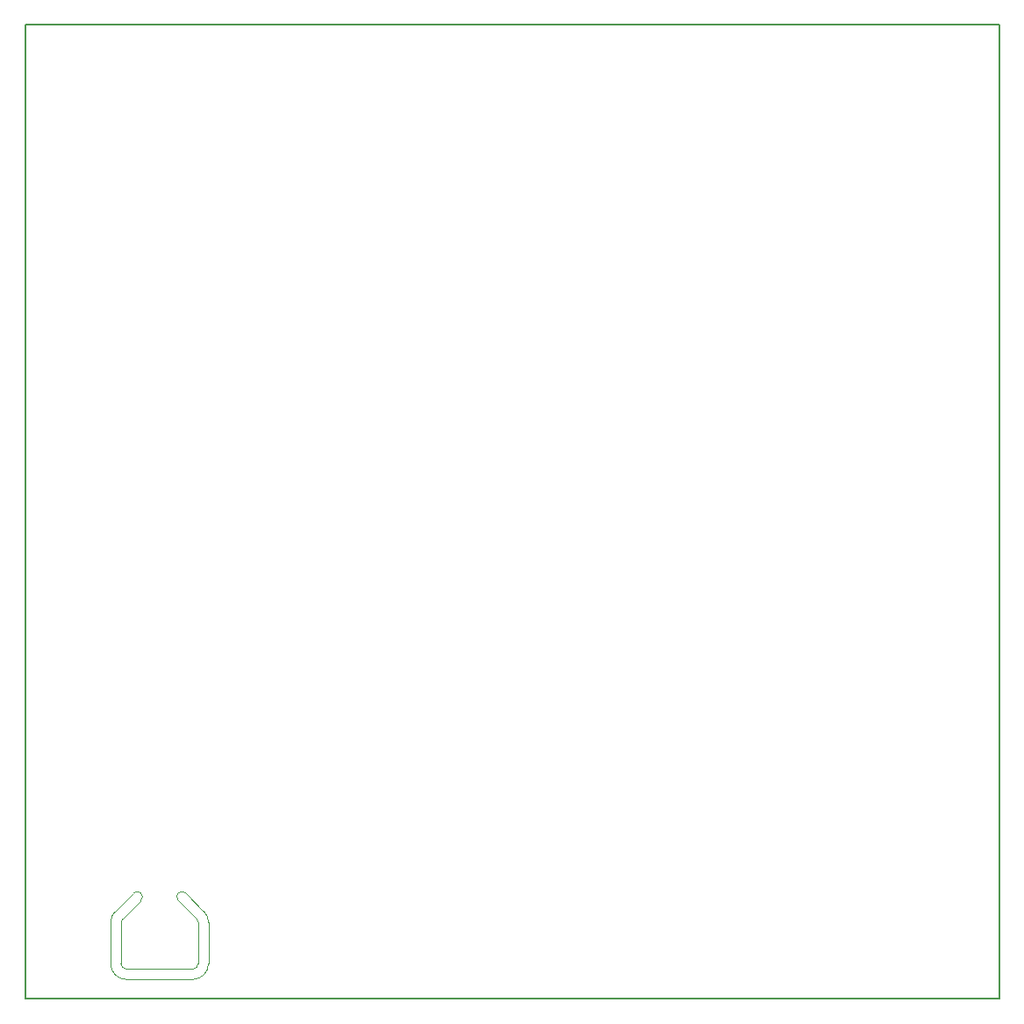
<source format=gbr>
%TF.GenerationSoftware,KiCad,Pcbnew,(6.0.11)*%
%TF.CreationDate,2024-07-11T13:02:53+02:00*%
%TF.ProjectId,walter-feels,77616c74-6572-42d6-9665-656c732e6b69,2.3*%
%TF.SameCoordinates,Original*%
%TF.FileFunction,Profile,NP*%
%FSLAX46Y46*%
G04 Gerber Fmt 4.6, Leading zero omitted, Abs format (unit mm)*
G04 Created by KiCad (PCBNEW (6.0.11)) date 2024-07-11 13:02:53*
%MOMM*%
%LPD*%
G01*
G04 APERTURE LIST*
%TA.AperFunction,Profile*%
%ADD10C,0.100000*%
%TD*%
%TA.AperFunction,Profile*%
%ADD11C,0.150000*%
%TD*%
G04 APERTURE END LIST*
D10*
X104186070Y-146123000D02*
X104186070Y-150123000D01*
X103746729Y-145062341D02*
X101978962Y-143294574D01*
X95746700Y-150123000D02*
G75*
G03*
X96246730Y-150623000I500000J0D01*
G01*
X94746700Y-150123000D02*
G75*
G03*
X96246730Y-151623000I1500000J0D01*
G01*
X95893177Y-145769447D02*
X97660944Y-144001680D01*
X103186070Y-150123000D02*
X103186070Y-146123000D01*
X94746730Y-150123000D02*
X94746730Y-146123000D01*
X103039623Y-145769447D02*
X101271856Y-144001680D01*
X104186101Y-146123000D02*
G75*
G03*
X103746729Y-145062341I-1500401J-200D01*
G01*
X97660944Y-144001680D02*
G75*
G03*
X96953838Y-143294574I-353553J353553D01*
G01*
X102686070Y-150623070D02*
G75*
G03*
X103186070Y-150123000I-70J500070D01*
G01*
X102686070Y-151623070D02*
G75*
G03*
X104186070Y-150123000I-70J1500070D01*
G01*
D11*
X86500000Y-153500000D02*
X180500000Y-153500000D01*
X180500000Y-153500000D02*
X180500000Y-59500000D01*
X180500000Y-59500000D02*
X86500000Y-59500000D01*
X86500000Y-59500000D02*
X86500000Y-153500000D01*
D10*
X95186070Y-145062340D02*
X96953837Y-143294573D01*
X95746730Y-146123000D02*
X95746730Y-150123000D01*
X96246730Y-151623000D02*
X102686070Y-151623000D01*
X95186076Y-145062346D02*
G75*
G03*
X94746730Y-146123000I1060624J-1060654D01*
G01*
X101978962Y-143294574D02*
G75*
G03*
X101271856Y-144001680I-353553J-353553D01*
G01*
X95893183Y-145769453D02*
G75*
G03*
X95746730Y-146123000I353517J-353547D01*
G01*
X103186032Y-146123000D02*
G75*
G03*
X103039623Y-145769447I-500332J-100D01*
G01*
X96246730Y-150623000D02*
X102686070Y-150623000D01*
M02*

</source>
